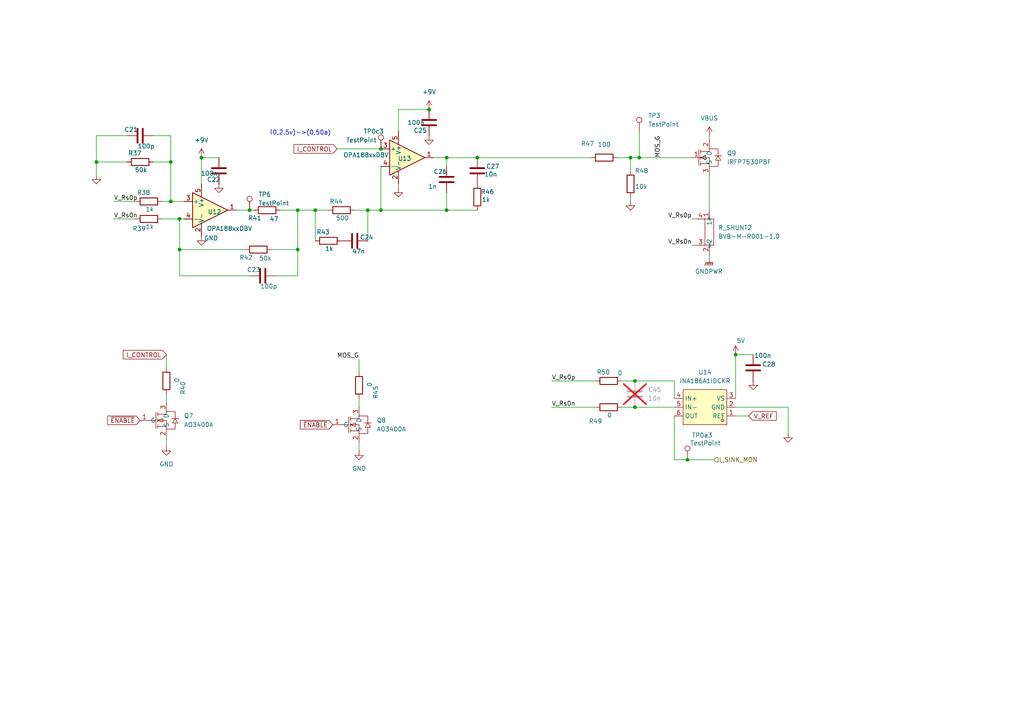
<source format=kicad_sch>
(kicad_sch (version 20250114) (generator "eeschema") (generator_version "9.0")
  (paper "A4")
  (lib_symbols
    (symbol "Amplifier_Operational:OPA188xxDBV" (pin_names (offset 0.127))
      (property "Reference" "U" (at 0 5.08 0))
      (property "Value" "OPA188xxDBV" (at 0 -5.08 0))
      (symbol "OPA188xxDBV_0_1"
        (polyline (pts (xy -5.08 5.08) (xy 5.08 0) (xy -5.08 -5.08) (xy -5.08 5.08)) (stroke (width 0.254)) (fill (type background)))
        (pin power_in line (at -2.54 7.62 270) (length 3.81) (name "V+") (number "5"))
        (pin power_in line (at -2.54 -7.62 90) (length 3.81) (name "V-") (number "2"))
      )
      (symbol "OPA188xxDBV_1_1"
        (pin input line (at -7.62 2.54 0) (length 2.54) (name "+") (number "3"))
        (pin input line (at -7.62 -2.54 0) (length 2.54) (name "-") (number "4"))
        (pin output line (at 7.62 0 180) (length 2.54) (name "~") (number "1"))
      )
    )
    (symbol "Connector:TestPoint" (pin_numbers (hide yes)) (pin_names (offset 0.762) (hide yes))
      (property "Reference" "TP" (at 0 6.858 0))
      (property "Value" "TestPoint" (at 0 5.08 0))
      (symbol "TestPoint_0_1"
        (circle (center 0 3.302) (radius 0.762))
      )
      (symbol "TestPoint_1_1"
        (pin passive line (at 0 0 90) (length 2.54) (name "1") (number "1"))
      )
    )
    (symbol "Device:C" (pin_numbers (hide yes)) (pin_names (offset 0.254))
      (property "Reference" "C" (at 0.635 2.54 0))
      (property "Value" "C" (at 0.635 -2.54 0))
      (symbol "C_0_1"
        (polyline (pts (xy -2.032 0.762) (xy 2.032 0.762)) (stroke (width 0.508)))
        (polyline (pts (xy -2.032 -0.762) (xy 2.032 -0.762)) (stroke (width 0.508)))
      )
      (symbol "C_1_1"
        (pin passive line (at 0 3.81 270) (length 2.794) (name "~") (number "1"))
        (pin passive line (at 0 -3.81 90) (length 2.794) (name "~") (number "2"))
      )
    )
    (symbol "Device:R" (pin_numbers (hide yes)) (pin_names (offset 0))
      (property "Reference" "R" (at 2.032 0 90))
      (property "Value" "R" (at 0 0 90))
      (symbol "R_0_1"
        (rectangle (start -1.016 -2.54) (end 1.016 2.54) (stroke (width 0.254)))
      )
      (symbol "R_1_1"
        (pin passive line (at 0 3.81 270) (length 1.27) (name "~") (number "1"))
        (pin passive line (at 0 -3.81 90) (length 1.27) (name "~") (number "2"))
      )
    )
    (symbol "power:+9V" (power) (pin_numbers (hide yes)) (pin_names (offset 0) (hide yes))
      (property "Value" "+9V" (at 0 3.556 0))
      (symbol "+9V_0_1"
        (polyline (pts (xy -0.762 1.27) (xy 0 2.54)))
        (polyline (pts (xy 0 2.54) (xy 0.762 1.27)))
        (polyline (pts (xy 0 0) (xy 0 2.54)))
      )
      (symbol "+9V_1_1"
        (pin power_in line (at 0 0 90) (length 0) (name "~") (number "1"))
      )
    )
    (symbol "power:GND" (power) (pin_numbers (hide yes)) (pin_names (offset 0) (hide yes))
      (property "Value" "GND" (at 0 -3.81 0))
      (symbol "GND_0_1"
        (polyline (pts (xy 0 0) (xy 0 -1.27) (xy 1.27 -1.27) (xy 0 -2.54) (xy -1.27 -1.27) (xy 0 -1.27)))
      )
      (symbol "GND_1_1"
        (pin power_in line (at 0 0 270) (length 0) (name "~") (number "1"))
      )
    )
    (symbol "power:GNDPWR" (power) (pin_numbers (hide yes)) (pin_names (offset 0) (hide yes))
      (property "Value" "GNDPWR" (at 0 -3.302 0))
      (symbol "GNDPWR_0_1"
        (polyline (pts (xy -1.016 -1.27) (xy -1.27 -2.032) (xy -1.27 -2.032)) (stroke (width 0.2032)))
        (polyline (pts (xy -0.508 -1.27) (xy -0.762 -2.032) (xy -0.762 -2.032)) (stroke (width 0.2032)))
        (polyline (pts (xy 0 -1.27) (xy 0 0)))
        (polyline (pts (xy 0 -1.27) (xy -0.254 -2.032) (xy -0.254 -2.032)) (stroke (width 0.2032)))
        (polyline (pts (xy 0.508 -1.27) (xy 0.254 -2.032) (xy 0.254 -2.032)) (stroke (width 0.2032)))
        (polyline (pts (xy 1.016 -1.27) (xy -1.016 -1.27) (xy -1.016 -1.27)) (stroke (width 0.2032)))
        (polyline (pts (xy 1.016 -1.27) (xy 0.762 -2.032) (xy 0.762 -2.032) (xy 0.762 -2.032)) (stroke (width 0.2032)))
      )
      (symbol "GNDPWR_1_1"
        (pin power_in line (at 0 0 270) (length 0) (name "~") (number "1"))
      )
    )
    (symbol "power:VBUS" (power) (pin_numbers (hide yes)) (pin_names (offset 0) (hide yes))
      (property "Value" "VBUS" (at 0 3.556 0))
      (symbol "VBUS_0_1"
        (polyline (pts (xy -0.762 1.27) (xy 0 2.54)))
        (polyline (pts (xy 0 2.54) (xy 0.762 1.27)))
        (polyline (pts (xy 0 0) (xy 0 2.54)))
      )
      (symbol "VBUS_1_1"
        (pin power_in line (at 0 0 90) (length 0) (name "~") (number "1"))
      )
    )
    (symbol "programmable-load-library:AO3400A"
      (property "Reference" "Q" (at 0 10.16 0))
      (property "Value" "AO3400A" (at 0 -10.16 0))
      (symbol "AO3400A_0_1"
        (polyline (pts (xy -2.54 0) (xy -0.51 0)))
        (polyline (pts (xy -0.51 2.29) (xy -0.51 -2.29)))
        (polyline (pts (xy 0 2.29) (xy 0 1.27)))
        (polyline (pts (xy 0 1.78) (xy 2.54 1.78) (xy 2.54 2.54) (xy 5.08 2.54) (xy 5.08 0.51)))
        (polyline (pts (xy 0 0) (xy 1.52 -0.51) (xy 1.52 0.51) (xy 0 0)) (fill (type background)))
        (polyline (pts (xy 0 0) (xy 2.54 0) (xy 2.54 -2.54) (xy 5.08 -2.54) (xy 5.08 -0.76)))
        (polyline (pts (xy 0 -0.51) (xy 0 0.51)))
        (polyline (pts (xy 0 -2.29) (xy 0 -1.27)))
        (polyline (pts (xy 2.54 -1.78) (xy 0 -1.78)))
        (polyline (pts (xy 5.08 0.51) (xy 4.32 -0.76) (xy 5.84 -0.76) (xy 5.08 0.51)) (fill (type background)))
        (polyline (pts (xy 6.1 0.51) (xy 5.59 0.51) (xy 4.57 0.51) (xy 4.06 0.51)))
        (pin unspecified line (at -5.08 0 0) (length 2.54) (name "G") (number "1"))
        (pin unspecified line (at 2.54 5.08 270) (length 2.54) (name "D") (number "3"))
        (pin unspecified line (at 2.54 -5.08 90) (length 2.54) (name "S") (number "2"))
      )
    )
    (symbol "programmable-load-library:BVB-M-R001-1.0"
      (property "Reference" "R_SHUNT" (at 0 6.35 0))
      (property "Value" "BVB-M-R001-1.0" (at 0.254 -11.938 0))
      (symbol "BVB-M-R001-1.0_0_1"
        (rectangle (start -3.81 1.27) (end 3.81 -1.27))
        (pin unspecified line (at -6.35 0 0) (length 2.54) (name "1") (number "1"))
      )
      (symbol "BVB-M-R001-1.0_1_1"
        (pin output line (at -3.81 -3.81 90) (length 2.54) (name "4") (number "4"))
        (pin output line (at 3.81 -3.81 90) (length 2.54) (name "3") (number "3"))
        (pin unspecified line (at 6.35 0 180) (length 2.54) (name "2") (number "2"))
      )
    )
    (symbol "programmable-load-library:INA186A1IDCKR"
      (property "Reference" "U" (at 0 7.62 0))
      (property "Value" "INA186A1IDCKR" (at 0 -7.62 0))
      (symbol "INA186A1IDCKR_0_1"
        (rectangle (start -6.35 5.08) (end 6.35 -5.08) (fill (type background)))
        (circle (center -5.08 3.81) (radius 0.38))
        (pin unspecified line (at -8.89 2.54 0) (length 2.54) (name "REF") (number "1"))
        (pin unspecified line (at -8.89 0 0) (length 2.54) (name "GND") (number "2"))
        (pin unspecified line (at -8.89 -2.54 0) (length 2.54) (name "VS") (number "3"))
        (pin unspecified line (at 8.89 2.54 180) (length 2.54) (name "OUT") (number "6"))
        (pin unspecified line (at 8.89 0 180) (length 2.54) (name "IN-") (number "5"))
        (pin unspecified line (at 8.89 -2.54 180) (length 2.54) (name "IN+") (number "4"))
      )
    )
    (symbol "programmable-load-library:IRFP7530PBF"
      (property "Reference" "Q" (at 0 10.16 0))
      (property "Value" "IRFP7530PBF" (at 0 -10.16 0))
      (symbol "IRFP7530PBF_0_1"
        (polyline (pts (xy -3.05 2.29) (xy -3.05 -2.29)))
        (polyline (pts (xy -2.54 2.29) (xy -2.54 1.27)))
        (polyline (pts (xy -2.54 1.78) (xy 0 1.78) (xy 0 2.54) (xy 2.54 2.54) (xy 2.54 0.51)))
        (polyline (pts (xy -2.54 0) (xy -1.02 -0.51) (xy -1.02 0.51) (xy -2.54 0)) (fill (type background)))
        (polyline (pts (xy -2.54 0) (xy 0 0) (xy 0 -2.54) (xy 2.54 -2.54) (xy 2.54 -0.76)))
        (polyline (pts (xy -2.54 -0.51) (xy -2.54 0.51)))
        (polyline (pts (xy -2.54 -2.29) (xy -2.54 -1.27)))
        (polyline (pts (xy 0 -1.78) (xy -2.54 -1.78)))
        (polyline (pts (xy 2.54 0.51) (xy 1.78 -0.76) (xy 3.3 -0.76) (xy 2.54 0.51)) (fill (type background)))
        (polyline (pts (xy 3.56 0.51) (xy 3.05 0.51) (xy 2.03 0.51) (xy 1.52 0.51)))
        (pin unspecified line (at -5.08 0 0) (length 2.54) (name "G") (number "1"))
        (pin unspecified line (at 0 5.08 270) (length 2.54) (name "D") (number "2"))
        (pin unspecified line (at 0 -5.08 90) (length 2.54) (name "S") (number "3"))
      )
    )
  )
  (text "（0,2.5v)->(0,50a)" (at 86.868 38.608 0) (effects (font (size 1.27 1.27))))
  (junction (at 184.15 118.11))
  (junction (at 72.39 60.96))
  (junction (at 129.54 45.72))
  (junction (at 27.94 46.99))
  (junction (at 106.68 60.96))
  (junction (at 52.07 72.39))
  (junction (at 58.42 45.72))
  (junction (at 199.39 133.35))
  (junction (at 184.15 110.49))
  (junction (at 49.53 58.42))
  (junction (at 110.49 43.18))
  (junction (at 124.46 31.75))
  (junction (at 110.49 60.96))
  (junction (at 182.88 45.72))
  (junction (at 138.43 45.72))
  (junction (at 129.54 60.96))
  (junction (at 185.42 45.72))
  (junction (at 86.36 72.39))
  (junction (at 91.44 60.96))
  (junction (at 49.53 46.99))
  (junction (at 213.36 102.87))
  (junction (at 52.07 63.5))
  (junction (at 86.36 60.96))
  (wire (pts (xy 78.74 72.39) (xy 86.36 72.39)))
  (wire (pts (xy 52.07 72.39) (xy 71.12 72.39)))
  (wire (pts (xy 195.58 110.49) (xy 195.58 115.57)))
  (wire (pts (xy 185.42 38.1) (xy 185.42 45.72)))
  (wire (pts (xy 49.53 58.42) (xy 53.34 58.42)))
  (wire (pts (xy 72.39 80.01) (xy 52.07 80.01)))
  (wire (pts (xy 129.54 60.96) (xy 138.43 60.96)))
  (wire (pts (xy 138.43 45.72) (xy 171.45 45.72)))
  (wire (pts (xy 160.02 118.11) (xy 172.72 118.11)))
  (wire (pts (xy 182.88 58.42) (xy 182.88 57.15)))
  (wire (pts (xy 48.26 129.54) (xy 48.26 127)))
  (wire (pts (xy 48.26 114.3) (xy 48.26 116.84)))
  (wire (pts (xy 104.14 115.57) (xy 104.14 118.11)))
  (wire (pts (xy 36.83 39.37) (xy 27.94 39.37)))
  (wire (pts (xy 52.07 63.5) (xy 53.34 63.5)))
  (wire (pts (xy 129.54 48.26) (xy 129.54 45.72)))
  (wire (pts (xy 115.57 31.75) (xy 124.46 31.75)))
  (wire (pts (xy 205.74 39.37) (xy 205.74 40.64)))
  (wire (pts (xy 195.58 120.65) (xy 195.58 133.35)))
  (wire (pts (xy 185.42 45.72) (xy 200.66 45.72)))
  (wire (pts (xy 200.66 71.12) (xy 201.93 71.12)))
  (wire (pts (xy 182.88 49.53) (xy 182.88 45.72)))
  (wire (pts (xy 205.74 74.93) (xy 205.74 73.66)))
  (wire (pts (xy 104.14 107.95) (xy 104.14 104.14)))
  (wire (pts (xy 180.34 118.11) (xy 184.15 118.11)))
  (wire (pts (xy 213.36 102.87) (xy 213.36 115.57)))
  (wire (pts (xy 48.26 106.68) (xy 48.26 102.87)))
  (wire (pts (xy 115.57 53.34) (xy 115.57 54.61)))
  (wire (pts (xy 106.68 60.96) (xy 110.49 60.96)))
  (wire (pts (xy 217.17 120.65) (xy 213.36 120.65)))
  (wire (pts (xy 138.43 45.72) (xy 129.54 45.72)))
  (wire (pts (xy 58.42 45.72) (xy 58.42 53.34)))
  (wire (pts (xy 49.53 39.37) (xy 49.53 46.99)))
  (wire (pts (xy 49.53 46.99) (xy 49.53 58.42)))
  (wire (pts (xy 180.34 110.49) (xy 184.15 110.49)))
  (wire (pts (xy 104.14 130.81) (xy 104.14 128.27)))
  (wire (pts (xy 86.36 72.39) (xy 86.36 80.01)))
  (wire (pts (xy 58.42 45.72) (xy 63.5 45.72)))
  (wire (pts (xy 86.36 60.96) (xy 91.44 60.96)))
  (wire (pts (xy 80.01 80.01) (xy 86.36 80.01)))
  (wire (pts (xy 213.36 118.11) (xy 228.6 118.11)))
  (wire (pts (xy 81.28 60.96) (xy 86.36 60.96)))
  (wire (pts (xy 106.68 60.96) (xy 106.68 69.85)))
  (wire (pts (xy 110.49 60.96) (xy 110.49 48.26)))
  (wire (pts (xy 91.44 60.96) (xy 91.44 69.85)))
  (wire (pts (xy 46.99 63.5) (xy 52.07 63.5)))
  (wire (pts (xy 91.44 60.96) (xy 95.25 60.96)))
  (wire (pts (xy 125.73 45.72) (xy 129.54 45.72)))
  (wire (pts (xy 102.87 60.96) (xy 106.68 60.96)))
  (wire (pts (xy 27.94 46.99) (xy 36.83 46.99)))
  (wire (pts (xy 49.53 46.99) (xy 44.45 46.99)))
  (wire (pts (xy 182.88 45.72) (xy 185.42 45.72)))
  (wire (pts (xy 179.07 45.72) (xy 182.88 45.72)))
  (wire (pts (xy 33.02 58.42) (xy 39.37 58.42)))
  (wire (pts (xy 199.39 133.35) (xy 207.01 133.35)))
  (wire (pts (xy 184.15 110.49) (xy 195.58 110.49)))
  (wire (pts (xy 52.07 63.5) (xy 52.07 72.39)))
  (wire (pts (xy 46.99 58.42) (xy 49.53 58.42)))
  (wire (pts (xy 115.57 31.75) (xy 115.57 38.1)))
  (wire (pts (xy 228.6 118.11) (xy 228.6 125.73)))
  (wire (pts (xy 97.79 43.18) (xy 110.49 43.18)))
  (wire (pts (xy 27.94 39.37) (xy 27.94 46.99)))
  (wire (pts (xy 184.15 118.11) (xy 195.58 118.11)))
  (wire (pts (xy 213.36 102.87) (xy 218.44 102.87)))
  (wire (pts (xy 110.49 60.96) (xy 129.54 60.96)))
  (wire (pts (xy 33.02 63.5) (xy 39.37 63.5)))
  (wire (pts (xy 27.94 46.99) (xy 27.94 50.8)))
  (wire (pts (xy 52.07 72.39) (xy 52.07 80.01)))
  (wire (pts (xy 44.45 39.37) (xy 49.53 39.37)))
  (wire (pts (xy 160.02 110.49) (xy 172.72 110.49)))
  (wire (pts (xy 205.74 50.8) (xy 205.74 60.96)))
  (wire (pts (xy 86.36 60.96) (xy 86.36 72.39)))
  (wire (pts (xy 200.66 63.5) (xy 201.93 63.5)))
  (wire (pts (xy 129.54 55.88) (xy 129.54 60.96)))
  (wire (pts (xy 68.58 60.96) (xy 72.39 60.96)))
  (wire (pts (xy 195.58 133.35) (xy 199.39 133.35)))
  (wire (pts (xy 72.39 60.96) (xy 73.66 60.96)))
  (label "V_Rs0p" (at 160.02 110.49 0))
  (label "MOS_G" (at 191.77 45.72 90))
  (label "V_Rs0n" (at 33.02 63.5 0))
  (label "MOS_G" (at 104.14 104.14 180))
  (label "V_Rs0n" (at 200.66 71.12 180))
  (label "V_Rs0n" (at 160.02 118.11 0))
  (label "V_Rs0p" (at 33.02 58.42 0))
  (label "V_Rs0p" (at 200.66 63.5 180))
  (global_label "~{ENABLE}" (shape input) (at 40.64 121.92 180) (property "Intersheetrefs" "${INTERSHEET_REFS}" (effects (hide yes))))
  (global_label "~{ENABLE}" (shape input) (at 96.52 123.19 180) (property "Intersheetrefs" "${INTERSHEET_REFS}" (effects (hide yes))))
  (global_label "V_REF" (shape input) (at 217.17 120.65 0) (property "Intersheetrefs" "${INTERSHEET_REFS}" (effects (hide yes))))
  (global_label "I_CONTROL" (shape input) (at 48.26 102.87 180) (property "Intersheetrefs" "${INTERSHEET_REFS}" (effects (hide yes))))
  (global_label "I_CONTROL" (shape input) (at 97.79 43.18 180) (property "Intersheetrefs" "${INTERSHEET_REFS}" (effects (hide yes))))
  (hierarchical_label "I_SINK_MON" (shape input) (at 207.01 133.35 0))
  (symbol (lib_id "power:+9V") (at 58.42 45.72 0) (unit 1)
    (property "Reference" "#PWR011" (effects (hide yes)))
    (property "Value" "+9V" (at 58.42 40.64 0))
    (property "Description" "Power symbol creates a global label with name \"+9V\"" (effects (hide yes)))
    (instances (project "load-control-board-v1" (path "" (reference "#PWR054") (unit 1)) (path "" (reference "#PWR070") (unit 1)) (path "" (reference "#PWR011") (unit 1)) (path "" (reference "#PWR029") (unit 1))))
  )
  (symbol (lib_id "Device:R") (at 74.93 72.39 270) (unit 1)
    (property "Reference" "R25" (at 71.374 74.676 90))
    (property "Value" "50k" (at 76.962 74.93 90))
    (property "Footprint" "Resistor_SMD:R_0603_1608Metric" (effects (hide yes)))
    (property "Description" "Resistor" (effects (hide yes)))
    (instances (project "load-control-board-v1" (path "" (reference "R42") (unit 1)) (path "" (reference "R58") (unit 1)) (path "" (reference "R25") (unit 1)) (path "" (reference "R11") (unit 1))))
  )
  (symbol (lib_id "Amplifier_Operational:OPA188xxDBV") (at 60.96 60.96 0) (unit 1)
    (property "Reference" "U9" (at 62.23 61.468 0))
    (property "Value" "OPA188xxDBV" (at 66.548 66.294 0))
    (property "Footprint" "Package_TO_SOT_SMD:TSOT-23-5" (effects (hide yes)))
    (property "Datasheet" "http://www.ti.com/lit/ds/symlink/opa188.pdf" (effects (hide yes)))
    (property "Description" "Zero-Drift, Precision, Low-Noise, Rail-to-Rail Output, 36-V Operational Amplifier, TSOT-23-5" (effects (hide yes)))
    (instances (project "load-control-board-v1" (path "" (reference "U12") (unit 1)) (path "" (reference "U15") (unit 1)) (path "" (reference "U9") (unit 1)) (path "" (reference "U2") (unit 1))))
  )
  (symbol (lib_id "Device:R") (at 43.18 58.42 270) (unit 1)
    (property "Reference" "R22" (at 41.656 55.88 90))
    (property "Value" "1k" (at 43.434 60.706 90))
    (property "Footprint" "Resistor_SMD:R_0603_1608Metric" (effects (hide yes)))
    (property "Description" "Resistor" (effects (hide yes)))
    (instances (project "load-control-board-v1" (path "" (reference "R38") (unit 1)) (path "" (reference "R54") (unit 1)) (path "" (reference "R22") (unit 1)) (path "" (reference "R7") (unit 1))))
  )
  (symbol (lib_id "Device:R") (at 104.14 111.76 180) (unit 1)
    (property "Reference" "R63" (at 108.966 113.792 90))
    (property "Value" "0" (at 107.188 111.506 90))
    (property "Footprint" "Resistor_SMD:R_0603_1608Metric" (effects (hide yes)))
    (property "Description" "Resistor" (effects (hide yes)))
    (instances (project "load-control-board-v1" (path "" (reference "R45") (unit 1)) (path "" (reference "R61") (unit 1)) (path "" (reference "R63") (unit 1)) (path "" (reference "R16") (unit 1))))
  )
  (symbol (lib_id "Device:C") (at 102.87 69.85 270) (unit 1)
    (property "Reference" "C16" (at 104.394 68.834 90) (effects (justify left)))
    (property "Value" "47n" (at 102.108 72.898 90) (effects (justify left)))
    (property "Footprint" "Capacitor_SMD:C_0603_1608Metric" (effects (hide yes)))
    (property "Description" "Unpolarized capacitor" (effects (hide yes)))
    (instances (project "load-control-board-v1" (path "" (reference "C24") (unit 1)) (path "" (reference "C32") (unit 1)) (path "" (reference "C16") (unit 1)) (path "" (reference "C6") (unit 1))))
  )
  (symbol (lib_id "power:GNDPWR") (at 205.74 74.93 0) (unit 1)
    (property "Reference" "#PWR?" (effects (hide yes)))
    (property "Value" "GNDPWR" (at 205.613 78.74 0))
    (property "Description" "Power symbol creates a global label with name \"GNDPWR\" , global ground" (effects (hide yes)))
    (instances (project "load-control-board-v1" (path "" (reference "#PWR063") (unit 1)) (path "" (reference "#PWR081") (unit 1)) (path "" (reference "#PWR?") (unit 1)) (path "" (reference "#PWR036") (unit 1))))
  )
  (symbol (lib_id "Device:R") (at 176.53 118.11 270) (unit 1)
    (property "Reference" "R31" (at 172.72 122.174 90))
    (property "Value" "0" (at 176.784 120.396 90))
    (property "Footprint" "Resistor_SMD:R_0603_1608Metric" (effects (hide yes)))
    (property "Description" "Resistor" (effects (hide yes)))
    (instances (project "load-control-board-v1" (path "" (reference "R49") (unit 1)) (path "" (reference "R66") (unit 1)) (path "" (reference "R31") (unit 1)) (path "" (reference "R20") (unit 1))))
  )
  (symbol (lib_id "power:GND") (at 63.5 53.34 0) (unit 1)
    (property "Reference" "#PWR038" (effects (hide yes)))
    (property "Value" "GND" (effects (hide yes)))
    (property "Description" "Power symbol creates a global label with name \"GND\" , ground" (effects (hide yes)))
    (instances (project "load-control-board-v1" (path "" (reference "#PWR056") (unit 1)) (path "" (reference "#PWR072") (unit 1)) (path "" (reference "#PWR038") (unit 1)) (path "" (reference "#PWR013") (unit 1))))
  )
  (symbol (lib_id "Device:C") (at 218.44 106.68 180) (unit 1)
    (property "Reference" "C20" (at 223.012 105.664 0))
    (property "Value" "100n" (at 221.234 103.124 0))
    (property "Footprint" "Capacitor_SMD:C_0603_1608Metric" (effects (hide yes)))
    (property "Description" "Unpolarized capacitor" (effects (hide yes)))
    (instances (project "load-control-board-v1" (path "" (reference "C28") (unit 1)) (path "" (reference "C36") (unit 1)) (path "" (reference "C20") (unit 1)) (path "" (reference "C12") (unit 1))))
  )
  (symbol (lib_id "Device:C") (at 63.5 49.53 180) (unit 1)
    (property "Reference" "C14" (at 61.976 52.07 0))
    (property "Value" "100n" (at 60.706 50.292 0))
    (property "Footprint" "Capacitor_SMD:C_0603_1608Metric" (effects (hide yes)))
    (property "Description" "Unpolarized capacitor" (effects (hide yes)))
    (instances (project "load-control-board-v1" (path "" (reference "C22") (unit 1)) (path "" (reference "C30") (unit 1)) (path "" (reference "C14") (unit 1)) (path "" (reference "C4") (unit 1))))
  )
  (symbol (lib_id "power:GND") (at 228.6 125.73 0) (unit 1)
    (property "Reference" "#PWR048" (effects (hide yes)))
    (property "Value" "GND" (effects (hide yes)))
    (property "Description" "Power symbol creates a global label with name \"GND\" , ground" (effects (hide yes)))
    (instances (project "load-control-board-v1" (path "" (reference "#PWR067") (unit 1)) (path "" (reference "#PWR086") (unit 1)) (path "" (reference "#PWR048") (unit 1)) (path "" (reference "#PWR051") (unit 1))))
  )
  (symbol (lib_id "power:GND") (at 58.42 68.58 0) (unit 1)
    (property "Reference" "#PWR035" (effects (hide yes)))
    (property "Value" "GND" (at 61.214 69.088 0))
    (property "Description" "Power symbol creates a global label with name \"GND\" , ground" (effects (hide yes)))
    (instances (project "load-control-board-v1" (path "" (reference "#PWR055") (unit 1)) (path "" (reference "#PWR071") (unit 1)) (path "" (reference "#PWR035") (unit 1)) (path "" (reference "#PWR012") (unit 1))))
  )
  (symbol (lib_id "power:GND") (at 218.44 110.49 0) (unit 1)
    (property "Reference" "#PWR047" (effects (hide yes)))
    (property "Value" "GND" (effects (hide yes)))
    (property "Description" "Power symbol creates a global label with name \"GND\" , ground" (effects (hide yes)))
    (instances (project "load-control-board-v1" (path "" (reference "#PWR066") (unit 1)) (path "" (reference "#PWR085") (unit 1)) (path "" (reference "#PWR047") (unit 1)) (path "" (reference "#PWR050") (unit 1))))
  )
  (symbol (lib_id "Connector:TestPoint") (at 185.42 38.1 0) (unit 1)
    (property "Reference" "TP1" (at 187.96 33.5279 0) (effects (justify left)))
    (property "Value" "TestPoint" (at 187.96 36.0679 0) (effects (justify left)))
    (property "Description" "test point" (effects (hide yes)))
    (instances (project "" (path "" (reference "TP3") (unit 1)) (path "" (reference "TP4") (unit 1)) (path "" (reference "TP1") (unit 1)) (path "" (reference "TP2") (unit 1))))
  )
  (symbol (lib_id "Device:C") (at 76.2 80.01 270) (unit 1)
    (property "Reference" "C15" (at 71.628 78.232 90) (effects (justify left)))
    (property "Value" "100p" (at 75.438 83.058 90) (effects (justify left)))
    (property "Footprint" "Capacitor_SMD:C_0603_1608Metric" (effects (hide yes)))
    (property "Description" "Unpolarized capacitor" (effects (hide yes)))
    (instances (project "load-control-board-v1" (path "" (reference "C23") (unit 1)) (path "" (reference "C31") (unit 1)) (path "" (reference "C15") (unit 1)) (path "" (reference "C5") (unit 1))))
  )
  (symbol (lib_id "power:GND") (at 48.26 129.54 0) (unit 1)
    (property "Reference" "#PWR026" (effects (hide yes)))
    (property "Value" "GND" (at 48.26 134.62 0))
    (property "Description" "Power symbol creates a global label with name \"GND\" , ground" (effects (hide yes)))
    (instances (project "load-control-board-v1" (path "" (reference "#PWR053") (unit 1)) (path "" (reference "#PWR069") (unit 1)) (path "" (reference "#PWR026") (unit 1)) (path "" (reference "#PWR010") (unit 1))))
  )
  (symbol (lib_id "Connector:TestPoint") (at 72.39 60.96 0) (unit 1)
    (property "Reference" "TP5" (at 74.93 56.3879 0) (effects (justify left)))
    (property "Value" "TestPoint" (at 74.93 58.9279 0) (effects (justify left)))
    (property "Description" "test point" (effects (hide yes)))
    (instances (project "" (path "" (reference "TP6") (unit 1)) (path "" (reference "TP8") (unit 1)) (path "" (reference "TP5") (unit 1)) (path "" (reference "TP7") (unit 1))))
  )
  (symbol (lib_id "power:+9V") (at 124.46 31.75 0) (unit 1)
    (property "Reference" "#PWR023" (effects (hide yes)))
    (property "Value" "+9V" (at 124.46 26.67 0))
    (property "Description" "Power symbol creates a global label with name \"+9V\"" (effects (hide yes)))
    (instances (project "load-control-board-v1" (path "" (reference "#PWR058") (unit 1)) (path "" (reference "#PWR074") (unit 1)) (path "" (reference "#PWR023") (unit 1)) (path "" (reference "#PWR039") (unit 1))))
  )
  (symbol (lib_id "Connector:TestPoint") (at 110.49 43.18 0) (unit 1)
    (property "Reference" "TP0c1" (at 105.41 38.1 0) (effects (justify left)))
    (property "Value" "TestPoint" (at 100.33 40.64 0) (effects (justify left)))
    (property "Description" "test point" (effects (hide yes)))
    (instances (project "load-control-board-v1" (path "" (reference "TP0c3") (unit 1)) (path "" (reference "TP0c4") (unit 1)) (path "" (reference "TP0c1") (unit 1)) (path "" (reference "TP0c2") (unit 1))))
  )
  (symbol (lib_id "power:GND") (at 104.14 130.81 0) (unit 1)
    (property "Reference" "#PWR01" (effects (hide yes)))
    (property "Value" "GND" (at 104.14 135.89 0))
    (property "Description" "Power symbol creates a global label with name \"GND\" , ground" (effects (hide yes)))
    (instances (project "load-control-board-v1" (path "" (reference "#PWR057") (unit 1)) (path "" (reference "#PWR073") (unit 1)) (path "" (reference "#PWR01") (unit 1)) (path "" (reference "#PWR014") (unit 1))))
  )
  (symbol (lib_id "Device:R") (at 176.53 110.49 270) (unit 1)
    (property "Reference" "R32" (at 175.006 107.95 90))
    (property "Value" "0" (at 179.832 108.204 90))
    (property "Footprint" "Resistor_SMD:R_0603_1608Metric" (effects (hide yes)))
    (property "Description" "Resistor" (effects (hide yes)))
    (instances (project "load-control-board-v1" (path "" (reference "R50") (unit 1)) (path "" (reference "R68") (unit 1)) (path "" (reference "R32") (unit 1)) (path "" (reference "R21") (unit 1))))
  )
  (symbol (lib_id "power:GND") (at 182.88 58.42 0) (unit 1)
    (property "Reference" "#PWR042" (effects (hide yes)))
    (property "Value" "GND" (effects (hide yes)))
    (property "Description" "Power symbol creates a global label with name \"GND\" , ground" (effects (hide yes)))
    (instances (project "load-control-board-v1" (path "" (reference "#PWR061") (unit 1)) (path "" (reference "#PWR079") (unit 1)) (path "" (reference "#PWR042") (unit 1)) (path "" (reference "#PWR030") (unit 1))))
  )
  (symbol (lib_id "Device:R") (at 182.88 53.34 180) (unit 1)
    (property "Reference" "R30" (at 184.15 49.53 0) (effects (justify right)))
    (property "Value" "10k" (at 184.15 54.102 0) (effects (justify right)))
    (property "Footprint" "Resistor_SMD:R_0603_1608Metric" (effects (hide yes)))
    (property "Description" "Resistor" (effects (hide yes)))
    (instances (project "load-control-board-v1" (path "" (reference "R48") (unit 1)) (path "" (reference "R65") (unit 1)) (path "" (reference "R30") (unit 1)) (path "" (reference "R19") (unit 1))))
  )
  (symbol (lib_id "power:VBUS") (at 213.36 102.87 0) (unit 1)
    (property "Reference" "#PWR046" (effects (hide yes)))
    (property "Value" "5V" (at 213.614 98.806 0) (effects (justify left)))
    (property "Description" "Power symbol creates a global label with name \"VBUS\"" (effects (hide yes)))
    (instances (project "load-control-board-v1" (path "" (reference "#PWR065") (unit 1)) (path "" (reference "#PWR084") (unit 1)) (path "" (reference "#PWR046") (unit 1)) (path "" (reference "#PWR049") (unit 1))))
  )
  (symbol (lib_id "programmable-load-library:INA186A1IDCKR") (at 204.47 118.11 180) (unit 1)
    (property "Reference" "U11" (at 204.47 107.95 0))
    (property "Value" "INA186A1IDCKR" (at 204.47 110.49 0))
    (property "Footprint" "programmable-load-library:SC-70-6_L2.2-W1.3-P0.65-LS2.1-BR" (effects (hide yes)))
    (property "LCSC Part" "C2058311" (effects (hide yes)))
    (instances (project "load-control-board-v1" (path "" (reference "U14") (unit 1)) (path "" (reference "U17") (unit 1)) (path "" (reference "U11") (unit 1)) (path "" (reference "U8") (unit 1))))
  )
  (symbol (lib_id "power:GND") (at 27.94 50.8 0) (unit 1)
    (property "Reference" "#PWR028" (effects (hide yes)))
    (property "Value" "GND" (effects (hide yes)))
    (property "Description" "Power symbol creates a global label with name \"GND\" , ground" (effects (hide yes)))
    (instances (project "load-control-board-v1" (path "" (reference "#PWR052") (unit 1)) (path "" (reference "#PWR068") (unit 1)) (path "" (reference "#PWR028") (unit 1)) (path "" (reference "#PWR09") (unit 1))))
  )
  (symbol (lib_id "Device:R") (at 138.43 57.15 180) (unit 1)
    (property "Reference" "R28" (at 139.446 55.626 0) (effects (justify right)))
    (property "Value" "1k" (at 139.7 57.912 0) (effects (justify right)))
    (property "Footprint" "Resistor_SMD:R_0603_1608Metric" (effects (hide yes)))
    (property "Description" "Resistor" (effects (hide yes)))
    (instances (project "load-control-board-v1" (path "" (reference "R46") (unit 1)) (path "" (reference "R62") (unit 1)) (path "" (reference "R28") (unit 1)) (path "" (reference "R17") (unit 1))))
  )
  (symbol (lib_id "Device:R") (at 43.18 63.5 270) (unit 1)
    (property "Reference" "R23" (at 40.386 66.294 90))
    (property "Value" "1k" (at 43.434 65.786 90))
    (property "Footprint" "Resistor_SMD:R_0603_1608Metric" (effects (hide yes)))
    (property "Description" "Resistor" (effects (hide yes)))
    (instances (project "load-control-board-v1" (path "" (reference "R39") (unit 1)) (path "" (reference "R55") (unit 1)) (path "" (reference "R23") (unit 1)) (path "" (reference "R8") (unit 1))))
  )
  (symbol (lib_id "Device:R") (at 77.47 60.96 270) (unit 1)
    (property "Reference" "R24" (at 73.914 63.246 90))
    (property "Value" "47" (at 79.502 63.5 90))
    (property "Footprint" "Resistor_SMD:R_0603_1608Metric" (effects (hide yes)))
    (property "Description" "Resistor" (effects (hide yes)))
    (instances (project "load-control-board-v1" (path "" (reference "R41") (unit 1)) (path "" (reference "R57") (unit 1)) (path "" (reference "R24") (unit 1)) (path "" (reference "R10") (unit 1))))
  )
  (symbol (lib_id "programmable-load-library:IRFP7530PBF") (at 205.74 45.72 0) (unit 1)
    (property "Reference" "Q2" (at 210.82 44.4499 0) (effects (justify left)))
    (property "Value" "IRFP7530PBF" (at 210.82 46.9899 0) (effects (justify left)))
    (property "Footprint" "programmable-load-library:PG-TO247-3_L15.9-W5.2-P5.44-L" (effects (hide yes)))
    (property "Datasheet" "https://lcsc.com/product-detail/MOSFET_Infineon-Technologies-IRFP7530PBF_C513170.html" (effects (hide yes)))
    (property "LCSC Part" "C513170" (effects (hide yes)))
    (instances (project "load-control-board-v1" (path "" (reference "Q9") (unit 1)) (path "" (reference "Q12") (unit 1)) (path "" (reference "Q2") (unit 1)) (path "" (reference "Q5") (unit 1))))
  )
  (symbol (lib_id "Device:C") (at 124.46 35.56 180) (unit 1)
    (property "Reference" "C17" (at 121.92 37.846 0))
    (property "Value" "100n" (at 120.65 35.56 0))
    (property "Footprint" "Capacitor_SMD:C_0603_1608Metric" (effects (hide yes)))
    (property "Description" "Unpolarized capacitor" (effects (hide yes)))
    (instances (project "load-control-board-v1" (path "" (reference "C25") (unit 1)) (path "" (reference "C33") (unit 1)) (path "" (reference "C17") (unit 1)) (path "" (reference "C9") (unit 1))))
  )
  (symbol (lib_id "Device:R") (at 40.64 46.99 270) (unit 1)
    (property "Reference" "R6" (at 39.116 44.45 90))
    (property "Value" "50k" (at 40.894 49.276 90))
    (property "Footprint" "Resistor_SMD:R_0603_1608Metric" (effects (hide yes)))
    (property "Description" "Resistor" (effects (hide yes)))
    (instances (project "load-control-board-v1" (path "" (reference "R37") (unit 1)) (path "" (reference "R53") (unit 1)) (path "" (reference "R6") (unit 1)) (path "" (reference "R5") (unit 1))))
  )
  (symbol (lib_id "Amplifier_Operational:OPA188xxDBV") (at 118.11 45.72 0) (unit 1)
    (property "Reference" "U10" (at 117.348 45.974 0))
    (property "Value" "OPA188xxDBV" (at 106.172 44.958 0))
    (property "Footprint" "Package_TO_SOT_SMD:TSOT-23-5" (effects (hide yes)))
    (property "Datasheet" "http://www.ti.com/lit/ds/symlink/opa188.pdf" (effects (hide yes)))
    (property "Description" "Zero-Drift, Precision, Low-Noise, Rail-to-Rail Output, 36-V Operational Amplifier, TSOT-23-5" (effects (hide yes)))
    (instances (project "load-control-board-v1" (path "" (reference "U13") (unit 1)) (path "" (reference "U16") (unit 1)) (path "" (reference "U10") (unit 1)) (path "" (reference "U7") (unit 1))))
  )
  (symbol (lib_id "programmable-load-library:AO3400A") (at 45.72 121.92 0) (unit 1)
    (property "Reference" "Q6" (at 53.34 120.6499 0) (effects (justify left)))
    (property "Value" "AO3400A" (at 53.34 123.1899 0) (effects (justify left)))
    (property "Footprint" "programmable-load-library:SOT-23-3_L2.9-W1.3-P1.90-LS2.4-BR" (effects (hide yes)))
    (property "Datasheet" "https://lcsc.com/product-detail/MOSFET_AOS_AO3400A_AO3400A_C20917.html" (effects (hide yes)))
    (property "LCSC Part" "C20917" (effects (hide yes)))
    (instances (project "load-control-board-v1" (path "" (reference "Q7") (unit 1)) (path "" (reference "Q10") (unit 1)) (path "" (reference "Q6") (unit 1)) (path "" (reference "Q3") (unit 1))))
  )
  (symbol (lib_id "Device:R") (at 99.06 60.96 270) (unit 1)
    (property "Reference" "R27" (at 97.536 58.42 90))
    (property "Value" "500" (at 99.314 63.246 90))
    (property "Footprint" "Resistor_SMD:R_0603_1608Metric" (effects (hide yes)))
    (property "Description" "Resistor" (effects (hide yes)))
    (instances (project "load-control-board-v1" (path "" (reference "R44") (unit 1)) (path "" (reference "R60") (unit 1)) (path "" (reference "R27") (unit 1)) (path "" (reference "R13") (unit 1))))
  )
  (symbol (lib_id "Device:C") (at 184.15 114.3 0) (unit 1) (dnp yes)
    (property "Reference" "C43" (at 187.96 113.0299 0) (effects (justify left)))
    (property "Value" "10n" (at 187.96 115.5699 0) (effects (justify left)))
    (property "Description" "Unpolarized capacitor" (effects (hide yes)))
    (instances (project "" (path "" (reference "C45") (unit 1)) (path "" (reference "C46") (unit 1)) (path "" (reference "C43") (unit 1)) (path "" (reference "C44") (unit 1))))
  )
  (symbol (lib_id "Device:R") (at 48.26 110.49 180) (unit 1)
    (property "Reference" "R1" (at 53.086 112.522 90))
    (property "Value" "0" (at 51.308 110.236 90))
    (property "Footprint" "Resistor_SMD:R_0603_1608Metric" (effects (hide yes)))
    (property "Description" "Resistor" (effects (hide yes)))
    (instances (project "load-control-board-v1" (path "" (reference "R40") (unit 1)) (path "" (reference "R56") (unit 1)) (path "" (reference "R1") (unit 1)) (path "" (reference "R9") (unit 1))))
  )
  (symbol (lib_id "Device:C") (at 138.43 49.53 0) (unit 1)
    (property "Reference" "C19" (at 140.97 48.26 0) (effects (justify left)))
    (property "Value" "10n" (at 140.462 50.546 0) (effects (justify left)))
    (property "Footprint" "Capacitor_SMD:C_0603_1608Metric" (effects (hide yes)))
    (property "Description" "Unpolarized capacitor" (effects (hide yes)))
    (instances (project "load-control-board-v1" (path "" (reference "C27") (unit 1)) (path "" (reference "C35") (unit 1)) (path "" (reference "C19") (unit 1)) (path "" (reference "C11") (unit 1))))
  )
  (symbol (lib_id "Device:C") (at 40.64 39.37 270) (unit 1)
    (property "Reference" "C13" (at 36.068 37.592 90) (effects (justify left)))
    (property "Value" "100p" (at 39.878 42.418 90) (effects (justify left)))
    (property "Footprint" "Capacitor_SMD:C_0603_1608Metric" (effects (hide yes)))
    (property "Description" "Unpolarized capacitor" (effects (hide yes)))
    (instances (project "load-control-board-v1" (path "" (reference "C21") (unit 1)) (path "" (reference "C29") (unit 1)) (path "" (reference "C13") (unit 1)) (path "" (reference "C3") (unit 1))))
  )
  (symbol (lib_id "power:VBUS") (at 205.74 39.37 0) (unit 1)
    (property "Reference" "#PWR027" (effects (hide yes)))
    (property "Value" "VBUS" (at 205.74 34.29 0))
    (property "Description" "Power symbol creates a global label with name \"VBUS\"" (effects (hide yes)))
    (instances (project "load-control-board-v1" (path "" (reference "#PWR034") (unit 1)) (path "" (reference "#PWR062") (unit 1)) (path "" (reference "#PWR027") (unit 1)) (path "" (reference "#PWR043") (unit 1))))
  )
  (symbol (lib_id "programmable-load-library:AO3400A") (at 101.6 123.19 0) (unit 1)
    (property "Reference" "Q1" (at 109.22 121.9199 0) (effects (justify left)))
    (property "Value" "AO3400A" (at 109.22 124.4599 0) (effects (justify left)))
    (property "Footprint" "programmable-load-library:SOT-23-3_L2.9-W1.3-P1.90-LS2.4-BR" (effects (hide yes)))
    (property "Datasheet" "https://lcsc.com/product-detail/MOSFET_AOS_AO3400A_AO3400A_C20917.html" (effects (hide yes)))
    (property "LCSC Part" "C20917" (effects (hide yes)))
    (instances (project "load-control-board-v1" (path "" (reference "Q8") (unit 1)) (path "" (reference "Q11") (unit 1)) (path "" (reference "Q1") (unit 1)) (path "" (reference "Q4") (unit 1))))
  )
  (symbol (lib_id "Device:R") (at 175.26 45.72 90) (unit 1)
    (property "Reference" "R29" (at 170.434 41.656 90))
    (property "Value" "100" (at 175.26 41.91 90))
    (property "Footprint" "Resistor_SMD:R_0603_1608Metric" (effects (hide yes)))
    (property "Description" "Resistor" (effects (hide yes)))
    (instances (project "load-control-board-v1" (path "" (reference "R47") (unit 1)) (path "" (reference "R64") (unit 1)) (path "" (reference "R29") (unit 1)) (path "" (reference "R18") (unit 1))))
  )
  (symbol (lib_id "power:GND") (at 124.46 39.37 0) (unit 1)
    (property "Reference" "#PWR041" (effects (hide yes)))
    (property "Value" "GND" (effects (hide yes)))
    (property "Description" "Power symbol creates a global label with name \"GND\" , ground" (effects (hide yes)))
    (instances (project "load-control-board-v1" (path "" (reference "#PWR060") (unit 1)) (path "" (reference "#PWR076") (unit 1)) (path "" (reference "#PWR041") (unit 1)) (path "" (reference "#PWR025") (unit 1))))
  )
  (symbol (lib_id "Device:C") (at 129.54 52.07 0) (unit 1)
    (property "Reference" "C18" (at 125.73 49.784 0) (effects (justify left)))
    (property "Value" "1n" (at 124.206 54.102 0) (effects (justify left)))
    (property "Footprint" "Capacitor_SMD:C_0603_1608Metric" (effects (hide yes)))
    (property "Description" "Unpolarized capacitor" (effects (hide yes)))
    (instances (project "load-control-board-v1" (path "" (reference "C26") (unit 1)) (path "" (reference "C34") (unit 1)) (path "" (reference "C18") (unit 1)) (path "" (reference "C10") (unit 1))))
  )
  (symbol (lib_id "Device:R") (at 95.25 69.85 270) (unit 1)
    (property "Reference" "R26" (at 93.726 67.31 90))
    (property "Value" "1k" (at 95.504 72.136 90))
    (property "Footprint" "Resistor_SMD:R_0603_1608Metric" (effects (hide yes)))
    (property "Description" "Resistor" (effects (hide yes)))
    (instances (project "load-control-board-v1" (path "" (reference "R43") (unit 1)) (path "" (reference "R59") (unit 1)) (path "" (reference "R26") (unit 1)) (path "" (reference "R12") (unit 1))))
  )
  (symbol (lib_id "programmable-load-library:BVB-M-R001-1.0") (at 205.74 67.31 270) (unit 1)
    (property "Reference" "R_SHUNT0" (at 208.28 66.0399 90) (effects (justify left)))
    (property "Value" "BVB-M-R001-1.0" (at 208.28 68.5799 90) (effects (justify left)))
    (property "Footprint" "programmable-load-library:RES-SMD_4P-L6.9-W6.6_SBB-K-2F-N-T5" (effects (hide yes)))
    (property "LCSC Part" "C2688852" (effects (hide yes)))
    (instances (project "load-control-board-v1" (path "" (reference "R_SHUNT2") (unit 1)) (path "" (reference "R_SHUNT3") (unit 1)) (path "" (reference "R_SHUNT0") (unit 1)) (path "" (reference "R_SHUNT1") (unit 1))))
  )
  (symbol (lib_id "Connector:TestPoint") (at 199.39 133.35 0) (unit 1)
    (property "Reference" "TP0a1" (at 200.66 126.238 0) (effects (justify left)))
    (property "Value" "TestPoint" (at 200.152 128.524 0) (effects (justify left)))
    (property "Description" "test point" (effects (hide yes)))
    (instances (project "load-control-board-v1" (path "" (reference "TP0a3") (unit 1)) (path "" (reference "TP0a4") (unit 1)) (path "" (reference "TP0a1") (unit 1)) (path "" (reference "TP0a2") (unit 1))))
  )
  (symbol (lib_id "power:GND") (at 115.57 54.61 0) (unit 1)
    (property "Reference" "#PWR040" (effects (hide yes)))
    (property "Value" "GND" (effects (hide yes)))
    (property "Description" "Power symbol creates a global label with name \"GND\" , ground" (effects (hide yes)))
    (instances (project "load-control-board-v1" (path "" (reference "#PWR059") (unit 1)) (path "" (reference "#PWR075") (unit 1)) (path "" (reference "#PWR040") (unit 1)) (path "" (reference "#PWR024") (unit 1))))
  )
)
</source>
